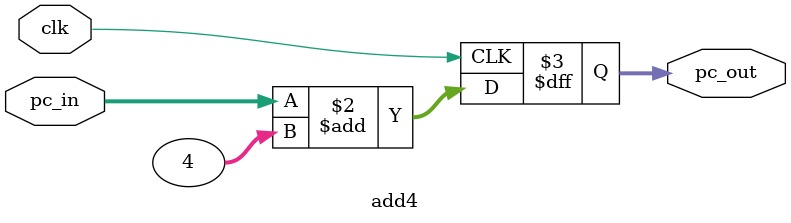
<source format=v>
module add4 (
	input wire [31:0] pc_in,
	input wire clk,
	output reg [31:0] pc_out);
	
		always @(negedge clk) begin
		pc_out = pc_in + 4;
	end
	
	
endmodule 
</source>
